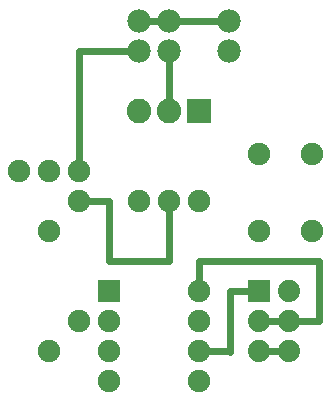
<source format=gtl>
G04 MADE WITH FRITZING*
G04 WWW.FRITZING.ORG*
G04 DOUBLE SIDED*
G04 HOLES PLATED*
G04 CONTOUR ON CENTER OF CONTOUR VECTOR*
%ASAXBY*%
%FSLAX23Y23*%
%MOIN*%
%OFA0B0*%
%SFA1.0B1.0*%
%ADD10C,0.082000*%
%ADD11C,0.078000*%
%ADD12C,0.074000*%
%ADD13C,0.075000*%
%ADD14R,0.082000X0.082000*%
%ADD15R,0.074000X0.074000*%
%ADD16R,0.075000X0.075000*%
%ADD17C,0.024000*%
%LNCOPPER1*%
G90*
G70*
G54D10*
X685Y1009D03*
X585Y1009D03*
X485Y1009D03*
G54D11*
X785Y1309D03*
X785Y1309D03*
X785Y1209D03*
X585Y1309D03*
X585Y1309D03*
X485Y1309D03*
X585Y1209D03*
X585Y1209D03*
X485Y1209D03*
G54D12*
X985Y409D03*
X985Y309D03*
X985Y209D03*
X885Y409D03*
X885Y309D03*
X885Y209D03*
G54D13*
X885Y609D03*
X885Y865D03*
X1062Y609D03*
X1062Y865D03*
X385Y409D03*
X685Y409D03*
X385Y309D03*
X685Y309D03*
X385Y209D03*
X685Y209D03*
X385Y109D03*
X685Y109D03*
X85Y809D03*
X185Y809D03*
X285Y809D03*
X685Y709D03*
X585Y709D03*
X485Y709D03*
X185Y609D03*
X185Y209D03*
X285Y709D03*
X285Y309D03*
G54D14*
X685Y1009D03*
G54D15*
X885Y409D03*
G54D16*
X385Y409D03*
G54D17*
X954Y309D02*
X916Y309D01*
D02*
X954Y209D02*
X916Y209D01*
D02*
X787Y310D02*
X787Y411D01*
D02*
X787Y411D02*
X854Y410D01*
D02*
X787Y207D02*
X787Y310D01*
D02*
X714Y209D02*
X787Y208D01*
D02*
X1085Y309D02*
X1016Y309D01*
D02*
X1085Y509D02*
X1085Y309D01*
D02*
X685Y509D02*
X1085Y509D01*
D02*
X685Y438D02*
X685Y509D01*
D02*
X385Y709D02*
X314Y709D01*
D02*
X585Y509D02*
X385Y509D01*
D02*
X385Y509D02*
X385Y709D01*
D02*
X585Y681D02*
X585Y509D01*
D02*
X285Y1209D02*
X285Y838D01*
D02*
X455Y1209D02*
X285Y1209D01*
D02*
X755Y1309D02*
X615Y1309D01*
D02*
X555Y1309D02*
X515Y1309D01*
D02*
X585Y1041D02*
X585Y1179D01*
G04 End of Copper1*
M02*
</source>
